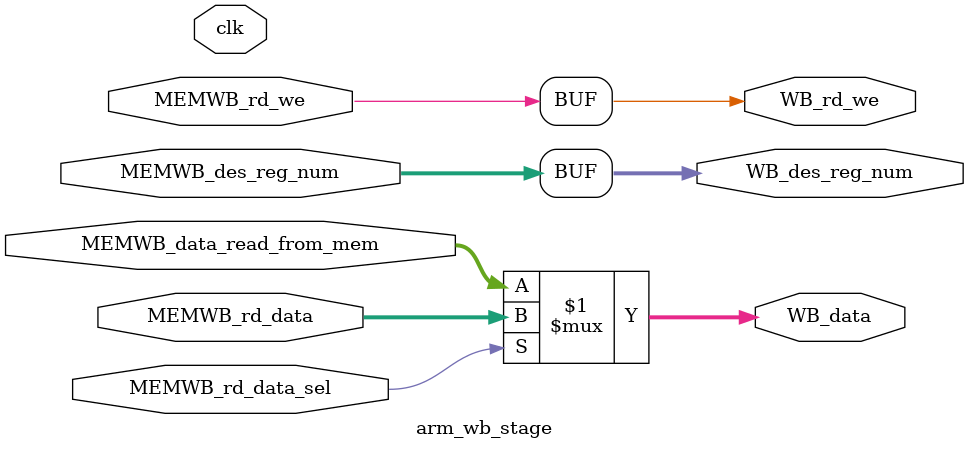
<source format=sv>

`include "arm_defines.vh"
`include "internal_defines.vh"

module arm_wb_stage (
	input wire clk,
	input wire [31:0] MEMWB_data_read_from_mem,
	input wire [31:0] MEMWB_rd_data,
	input wire MEMWB_rd_we,
	input wire MEMWB_rd_data_sel,
	input wire [3:0] MEMWB_des_reg_num,
	output wire [31:0] WB_data,
	output wire WB_rd_we,
	output wire [3:0] WB_des_reg_num
);

assign WB_data = (MEMWB_rd_data_sel) ? MEMWB_rd_data : MEMWB_data_read_from_mem;
assign WB_rd_we = MEMWB_rd_we;
assign WB_des_reg_num = MEMWB_des_reg_num;

endmodule




</source>
